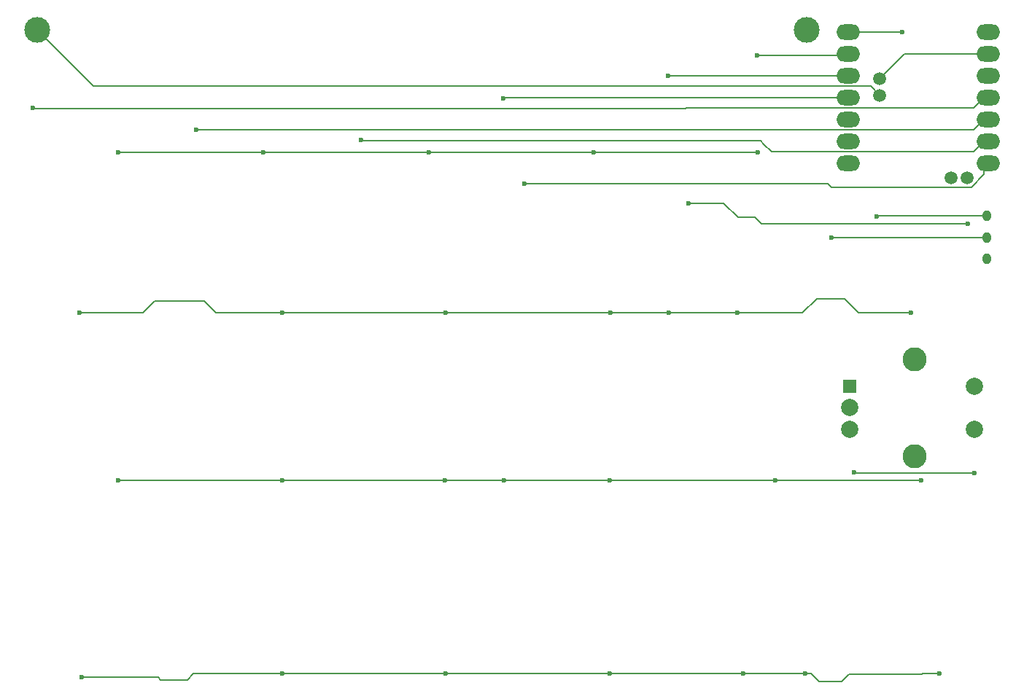
<source format=gbr>
%TF.GenerationSoftware,KiCad,Pcbnew,8.0.7*%
%TF.CreationDate,2025-02-28T21:35:55+09:00*%
%TF.ProjectId,cool642tb_L,636f6f6c-3634-4327-9462-5f4c2e6b6963,rev?*%
%TF.SameCoordinates,Original*%
%TF.FileFunction,Copper,L1,Top*%
%TF.FilePolarity,Positive*%
%FSLAX46Y46*%
G04 Gerber Fmt 4.6, Leading zero omitted, Abs format (unit mm)*
G04 Created by KiCad (PCBNEW 8.0.7) date 2025-02-28 21:35:55*
%MOMM*%
%LPD*%
G01*
G04 APERTURE LIST*
%TA.AperFunction,ComponentPad*%
%ADD10C,3.000000*%
%TD*%
%TA.AperFunction,ComponentPad*%
%ADD11R,1.500000X1.500000*%
%TD*%
%TA.AperFunction,ComponentPad*%
%ADD12C,2.000000*%
%TD*%
%TA.AperFunction,ComponentPad*%
%ADD13C,2.800000*%
%TD*%
%TA.AperFunction,ComponentPad*%
%ADD14O,1.000000X1.300000*%
%TD*%
%TA.AperFunction,ComponentPad*%
%ADD15O,2.750000X1.800000*%
%TD*%
%TA.AperFunction,ComponentPad*%
%ADD16C,1.500000*%
%TD*%
%TA.AperFunction,ViaPad*%
%ADD17C,0.600000*%
%TD*%
%TA.AperFunction,Conductor*%
%ADD18C,0.200000*%
%TD*%
G04 APERTURE END LIST*
D10*
%TO.P,B1,1,+*%
%TO.N,Bat*%
X-6400000Y24710000D03*
%TO.P,B1,2,-*%
%TO.N,Net-(B1--)*%
X82870000Y24750000D03*
%TD*%
D11*
%TO.P,SW21,A,A*%
%TO.N,RE_A1*%
X87900000Y-16660000D03*
D12*
%TO.P,SW21,B,B*%
%TO.N,RE_B*%
X87900000Y-21660000D03*
%TO.P,SW21,C,C*%
%TO.N,GND*%
X87900000Y-19160000D03*
D13*
%TO.P,SW21,MP*%
%TO.N,N/C*%
X95400000Y-13560000D03*
X95400000Y-24760000D03*
D12*
%TO.P,SW21,S1*%
X102400000Y-16660000D03*
%TO.P,SW21,S2*%
X102400000Y-21660000D03*
%TD*%
D14*
%TO.P,SW24,1,A*%
%TO.N,GND*%
X103840000Y3104000D03*
%TO.P,SW24,2,B*%
%TO.N,Net-(B1--)*%
X103840000Y604000D03*
%TO.P,SW24,3,C*%
%TO.N,unconnected-(SW24-C-Pad3)*%
X103840000Y-1896000D03*
%TD*%
D15*
%TO.P,U1,1,P0.02_A0_D0*%
%TO.N,RE_B*%
X87740000Y24450000D03*
%TO.P,U1,2,P0.03_A1_D1*%
%TO.N,Row0*%
X87740000Y21910000D03*
%TO.P,U1,3,P0.28_A2_D2*%
%TO.N,Row1*%
X87740000Y19370000D03*
%TO.P,U1,4,P0.29_A3_D3*%
%TO.N,Row2*%
X87740000Y16830000D03*
%TO.P,U1,5,P0.04_A4_D4_SDA*%
%TO.N,unconnected-(U1-P0.04_A4_D4_SDA-Pad5)*%
X87740000Y14290000D03*
%TO.P,U1,6,P0.05_A5_D5_SCL*%
%TO.N,RE_A1*%
X87740000Y11750000D03*
%TO.P,U1,7,P1.11_D6_TX*%
%TO.N,Row3*%
X87740000Y9210000D03*
%TO.P,U1,8,P1.12_D7_RX*%
%TO.N,Col3*%
X103980000Y9210000D03*
%TO.P,U1,9,P1.13_D8_SCK*%
%TO.N,Col2*%
X103980000Y11750000D03*
%TO.P,U1,10,P1.14_D9_MISO*%
%TO.N,Col1*%
X103980000Y14290000D03*
%TO.P,U1,11,P1.15_D10_MOSI*%
%TO.N,Col0*%
X103980000Y16830000D03*
%TO.P,U1,12,3V3*%
%TO.N,unconnected-(U1-3V3-Pad12)*%
X103980000Y19370000D03*
%TO.P,U1,13,GND*%
%TO.N,GND*%
X103980000Y21910000D03*
%TO.P,U1,14,5V*%
%TO.N,VCC*%
X103980000Y24450000D03*
D16*
%TO.P,U1,15,NFC1_0.09*%
%TO.N,Col5*%
X99695400Y7518000D03*
%TO.P,U1,16,NFC2_0.10*%
%TO.N,Col4*%
X101575000Y7518000D03*
%TO.P,U1,20,BATT+*%
%TO.N,Bat*%
X91415000Y17147000D03*
%TO.P,U1,21,BATT-*%
%TO.N,GND*%
X91415000Y19052000D03*
%TD*%
D17*
%TO.N,Net-(B1--)*%
X85820000Y570000D03*
%TO.N,Row0*%
X19800000Y10500000D03*
X3000000Y10500000D03*
X39010000Y10500000D03*
X77210000Y10500000D03*
X77140000Y21790000D03*
X58160000Y10500000D03*
%TO.N,Row1*%
X-1480000Y-8140000D03*
X60100000Y-8140000D03*
X22000000Y-8140000D03*
X95020000Y-8140000D03*
X66870000Y-8140000D03*
X74890000Y-8110000D03*
X66800000Y19400000D03*
X41010000Y-8140000D03*
%TO.N,Row2*%
X40940000Y-27590000D03*
X96220000Y-27590000D03*
X60080000Y-27590000D03*
X3000000Y-27590000D03*
X79260000Y-27590000D03*
X22030000Y-27590000D03*
X47740000Y-27590000D03*
X47670000Y16810000D03*
%TO.N,Row3*%
X82750000Y-50040000D03*
X60020000Y-50040000D03*
X22010000Y-50040000D03*
X-1290000Y-50470000D03*
X41040000Y-50040000D03*
X75570000Y-50040000D03*
X98300000Y-50060000D03*
%TO.N,Col0*%
X-6880000Y15660000D03*
%TO.N,Col1*%
X12040000Y13160000D03*
%TO.N,Col2*%
X31170000Y11920000D03*
%TO.N,Col3*%
X50170000Y6870000D03*
%TO.N,Col4*%
X69220000Y4620000D03*
X101600000Y2240000D03*
%TO.N,Col5*%
X88400000Y-26700000D03*
X102400000Y-26770000D03*
%TO.N,GND*%
X91050000Y3090000D03*
%TO.N,RE_B*%
X94000000Y24500000D03*
%TD*%
D18*
%TO.N,Bat*%
X-6400000Y24710000D02*
X140000Y18170000D01*
X90392000Y18170000D02*
X91415000Y17147000D01*
X140000Y18170000D02*
X90392000Y18170000D01*
%TO.N,Net-(B1--)*%
X86290000Y570000D02*
X86324000Y604000D01*
X85820000Y570000D02*
X86290000Y570000D01*
X86324000Y604000D02*
X103840000Y604000D01*
%TO.N,Row0*%
X77210000Y10500000D02*
X58160000Y10500000D01*
X39010000Y10500000D02*
X19800000Y10500000D01*
X58160000Y10500000D02*
X39010000Y10500000D01*
X88120000Y21790000D02*
X88240000Y21910000D01*
X19800000Y10500000D02*
X3000000Y10500000D01*
X77140000Y21790000D02*
X88120000Y21790000D01*
X88336000Y21640000D02*
X88290000Y21686000D01*
%TO.N,Row1*%
X88940000Y-8120000D02*
X87290000Y-6470000D01*
X66830000Y19370000D02*
X66800000Y19400000D01*
X5850000Y-8140000D02*
X7240000Y-6750000D01*
X22000000Y-8140000D02*
X19870000Y-8140000D01*
X72840000Y-8140000D02*
X72870000Y-8110000D01*
X41010000Y-8140000D02*
X38980000Y-8140000D01*
X58080000Y-8140000D02*
X41010000Y-8140000D01*
X84080000Y-6470000D02*
X82440000Y-8110000D01*
X7240000Y-6750000D02*
X12940000Y-6750000D01*
X82440000Y-8110000D02*
X74890000Y-8110000D01*
X60100000Y-8140000D02*
X66870000Y-8140000D01*
X66870000Y-8140000D02*
X72840000Y-8140000D01*
X74890000Y-8110000D02*
X72870000Y-8110000D01*
X12940000Y-6750000D02*
X14330000Y-8140000D01*
X-1480000Y-8140000D02*
X5850000Y-8140000D01*
X38980000Y-8140000D02*
X22000000Y-8140000D01*
X88240000Y19370000D02*
X66830000Y19370000D01*
X58080000Y-8140000D02*
X60100000Y-8140000D01*
X14330000Y-8140000D02*
X19870000Y-8140000D01*
X87290000Y-6470000D02*
X84080000Y-6470000D01*
X95020000Y-8140000D02*
X95000000Y-8120000D01*
X95000000Y-8120000D02*
X88940000Y-8120000D01*
%TO.N,Row2*%
X22030000Y-27590000D02*
X19990000Y-27590000D01*
X77190000Y-27630000D02*
X77230000Y-27590000D01*
X77230000Y-27590000D02*
X60080000Y-27590000D01*
X47690000Y16830000D02*
X47670000Y16810000D01*
X38930000Y-27590000D02*
X22030000Y-27590000D01*
X40940000Y-27590000D02*
X38930000Y-27590000D01*
X96220000Y-27590000D02*
X79260000Y-27590000D01*
X19990000Y-27590000D02*
X3000000Y-27590000D01*
X79260000Y-27590000D02*
X77230000Y-27590000D01*
X88240000Y16830000D02*
X47690000Y16830000D01*
X47740000Y-27590000D02*
X40940000Y-27590000D01*
X58040000Y-27590000D02*
X47740000Y-27590000D01*
X60080000Y-27590000D02*
X58040000Y-27590000D01*
%TO.N,Row3*%
X22010000Y-50040000D02*
X38990000Y-50040000D01*
X-1290000Y-50470000D02*
X7610000Y-50470000D01*
X98300000Y-50060000D02*
X96300000Y-50060000D01*
X87850000Y-50080000D02*
X96280000Y-50080000D01*
X84330000Y-50960000D02*
X86970000Y-50960000D01*
X19920000Y-50040000D02*
X22010000Y-50040000D01*
X7900000Y-50760000D02*
X11010000Y-50760000D01*
X11010000Y-50760000D02*
X11730000Y-50040000D01*
X96300000Y-50060000D02*
X96280000Y-50080000D01*
X38990000Y-50040000D02*
X41040000Y-50040000D01*
X11730000Y-50040000D02*
X19920000Y-50040000D01*
X60020000Y-50040000D02*
X73580000Y-50040000D01*
X57950000Y-50040000D02*
X60020000Y-50040000D01*
X86970000Y-50960000D02*
X87850000Y-50080000D01*
X83410000Y-50040000D02*
X84330000Y-50960000D01*
X7610000Y-50470000D02*
X7900000Y-50760000D01*
X82750000Y-50040000D02*
X83410000Y-50040000D01*
X73580000Y-50040000D02*
X75570000Y-50040000D01*
X41040000Y-50040000D02*
X57950000Y-50040000D01*
X75570000Y-50040000D02*
X82750000Y-50040000D01*
%TO.N,Col0*%
X68870000Y15630000D02*
X68860000Y15620000D01*
X-6840000Y15620000D02*
X-6880000Y15660000D01*
X68860000Y15620000D02*
X-6840000Y15620000D01*
X103480000Y16830000D02*
X102280000Y15630000D01*
X102280000Y15630000D02*
X68870000Y15630000D01*
%TO.N,Col1*%
X103480000Y14290000D02*
X102280000Y13090000D01*
X12110000Y13090000D02*
X12040000Y13160000D01*
X102280000Y13090000D02*
X12110000Y13090000D01*
%TO.N,Col2*%
X78860000Y10550000D02*
X77935000Y11475000D01*
X77580000Y11830000D02*
X31260000Y11830000D01*
X77935000Y11475000D02*
X77580000Y11830000D01*
X102280000Y10550000D02*
X78860000Y10550000D01*
X31260000Y11830000D02*
X31170000Y11920000D01*
X103480000Y11750000D02*
X102280000Y10550000D01*
%TO.N,Col3*%
X85762000Y6468000D02*
X85350000Y6880000D01*
X50180000Y6880000D02*
X50170000Y6870000D01*
X85350000Y6880000D02*
X50180000Y6880000D01*
X102009925Y6468000D02*
X85762000Y6468000D01*
X103480000Y7938075D02*
X102009925Y6468000D01*
X103480000Y9210000D02*
X103480000Y7938075D01*
%TO.N,Col4*%
X73290000Y4620000D02*
X69220000Y4620000D01*
X77636955Y2240000D02*
X76886955Y2990000D01*
X76886955Y2990000D02*
X74920000Y2990000D01*
X74920000Y2990000D02*
X73290000Y4620000D01*
X101600000Y2240000D02*
X77636955Y2240000D01*
%TO.N,Col5*%
X102400000Y-26770000D02*
X88470000Y-26770000D01*
X88470000Y-26770000D02*
X88400000Y-26700000D01*
%TO.N,GND*%
X91064000Y3104000D02*
X91050000Y3090000D01*
X91415000Y19052000D02*
X94273000Y21910000D01*
X94273000Y21910000D02*
X103480000Y21910000D01*
X103840000Y3104000D02*
X91064000Y3104000D01*
%TO.N,RE_B*%
X93580000Y24450000D02*
X88240000Y24450000D01*
X94000000Y24500000D02*
X93630000Y24500000D01*
X93630000Y24500000D02*
X93580000Y24450000D01*
%TD*%
M02*

</source>
